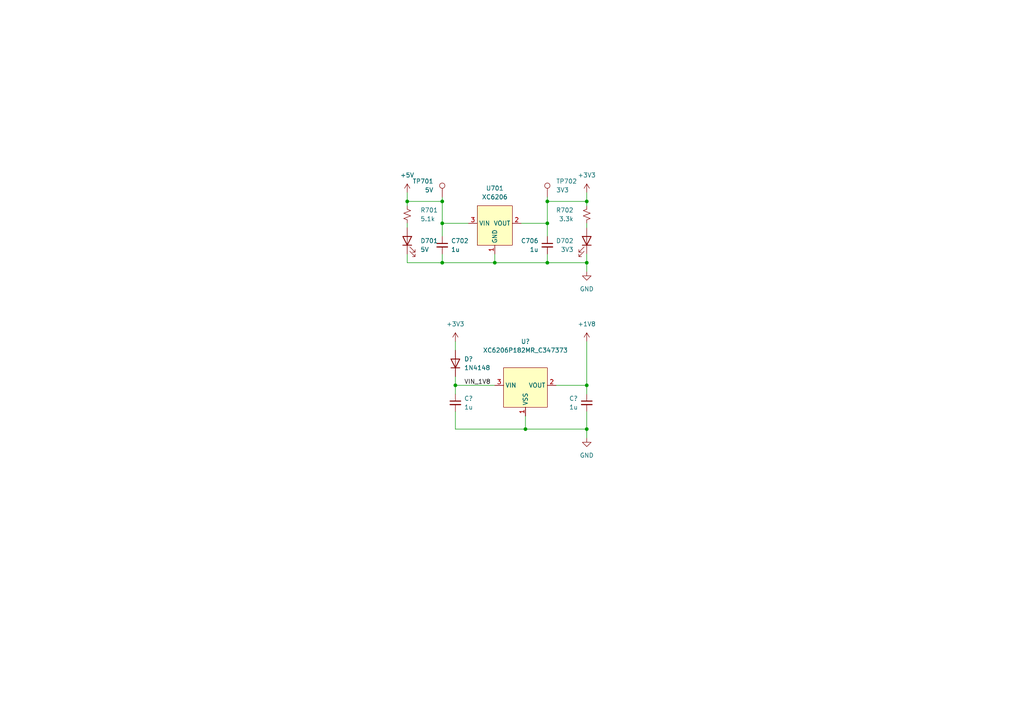
<source format=kicad_sch>
(kicad_sch (version 20230121) (generator eeschema)
  (paper "A4")
  (title_block (title "POWER SUPPLY & FILTERING") (date "2023-06-17") (rev "1.0") (company "matei repair lab"))
  (lib_symbols
    (symbol "Connector:TestPoint" (pin_numbers hide) (pin_names (offset 0.762) hide)
      (property "Reference" "TP" (at 0 6.858 0))
      (property "Value" "TestPoint" (at 0 5.08 0))
      (symbol "TestPoint_0_1"
        (circle (center 0 3.302) (radius 0.762))
      )
      (symbol "TestPoint_1_1"
        (pin passive line (at 0 0 90) (length 2.54) (name "1") (number "1"))
      )
    )
    (symbol "Device:C_Small" (pin_numbers hide) (pin_names (offset 0.254) hide)
      (property "Reference" "C" (at 0.254 1.778 0))
      (property "Value" "C_Small" (at 0.254 -2.032 0))
      (symbol "C_Small_0_1"
        (polyline (pts (xy -1.524 -0.508) (xy 1.524 -0.508)) (stroke (width 0.3302)))
        (polyline (pts (xy -1.524 0.508) (xy 1.524 0.508)) (stroke (width 0.3048)))
      )
      (symbol "C_Small_1_1"
        (pin passive line (at 0 2.54 270) (length 2.032) (name "~") (number "1"))
        (pin passive line (at 0 -2.54 90) (length 2.032) (name "~") (number "2"))
      )
    )
    (symbol "Device:D" (pin_numbers hide) (pin_names (offset 1.016) hide)
      (property "Reference" "D" (at 0 2.54 0))
      (property "Value" "D" (at 0 -2.54 0))
      (symbol "D_0_1"
        (polyline (pts (xy -1.27 1.27) (xy -1.27 -1.27)) (stroke (width 0.254)))
        (polyline (pts (xy 1.27 0) (xy -1.27 0)))
        (polyline (pts (xy 1.27 1.27) (xy 1.27 -1.27) (xy -1.27 0) (xy 1.27 1.27)) (stroke (width 0.254)))
      )
      (symbol "D_1_1"
        (pin passive line (at -3.81 0 0) (length 2.54) (name "K") (number "1"))
        (pin passive line (at 3.81 0 180) (length 2.54) (name "A") (number "2"))
      )
    )
    (symbol "Device:LED" (pin_numbers hide) (pin_names (offset 1.016) hide)
      (property "Reference" "D" (at 0 2.54 0))
      (property "Value" "LED" (at 0 -2.54 0))
      (symbol "LED_0_1"
        (polyline (pts (xy -1.27 -1.27) (xy -1.27 1.27)) (stroke (width 0.254)))
        (polyline (pts (xy -1.27 0) (xy 1.27 0)))
        (polyline (pts (xy 1.27 -1.27) (xy 1.27 1.27) (xy -1.27 0) (xy 1.27 -1.27)) (stroke (width 0.254)))
        (polyline (pts (xy -3.048 -0.762) (xy -4.572 -2.286) (xy -3.81 -2.286) (xy -4.572 -2.286) (xy -4.572 -1.524)))
        (polyline (pts (xy -1.778 -0.762) (xy -3.302 -2.286) (xy -2.54 -2.286) (xy -3.302 -2.286) (xy -3.302 -1.524)))
      )
      (symbol "LED_1_1"
        (pin passive line (at -3.81 0 0) (length 2.54) (name "K") (number "1"))
        (pin passive line (at 3.81 0 180) (length 2.54) (name "A") (number "2"))
      )
    )
    (symbol "Device:R_Small_US" (pin_numbers hide) (pin_names (offset 0.254) hide)
      (property "Reference" "R" (at 0.762 0.508 0))
      (property "Value" "R_Small_US" (at 0.762 -1.016 0))
      (symbol "R_Small_US_1_1"
        (polyline (pts (xy 0 0) (xy 1.016 -0.381) (xy 0 -0.762) (xy -1.016 -1.143) (xy 0 -1.524)))
        (polyline (pts (xy 0 1.524) (xy 1.016 1.143) (xy 0 0.762) (xy -1.016 0.381) (xy 0 0)))
        (pin passive line (at 0 2.54 270) (length 1.016) (name "~") (number "1"))
        (pin passive line (at 0 -2.54 90) (length 1.016) (name "~") (number "2"))
      )
    )
    (symbol "easyeda2kicad:XC6206P182MR_C347373"
      (property "Reference" "U" (at 0 3.81 0))
      (property "Value" "XC6206P182MR_C347373" (at 0 7.62 0))
      (symbol "XC6206P182MR_C347373_0_1"
        (rectangle (start -6.35 5.08) (end 6.35 -6.35) (fill (type background)))
        (pin unspecified line (at 0 -8.89 90) (length 2.54) (name "VSS") (number "1"))
        (pin unspecified line (at 8.89 0 180) (length 2.54) (name "VOUT") (number "2"))
        (pin unspecified line (at -8.89 0 0) (length 2.54) (name "VIN") (number "3"))
      )
    )
    (symbol "matei:XC6206"
      (property "Reference" "U" (at -3.81 6.35 0))
      (property "Value" "XC6206" (at 0 2.54 0))
      (symbol "XC6206_0_1"
        (rectangle (start -5.08 5.08) (end 5.08 -6.35) (stroke (width 0.1524)) (fill (type background)))
      )
      (symbol "XC6206_1_1"
        (pin power_out line (at 0 -8.89 90) (length 2.54) (name "GND") (number "1"))
        (pin power_out line (at 7.62 0 180) (length 2.54) (name "VOUT") (number "2"))
        (pin power_in line (at -7.62 0 0) (length 2.54) (name "VIN") (number "3"))
      )
    )
    (symbol "power:+1V8" (power) (pin_names (offset 0))
      (property "Value" "+1V8" (at 0 3.556 0))
      (symbol "+1V8_0_1"
        (polyline (pts (xy -0.762 1.27) (xy 0 2.54)))
        (polyline (pts (xy 0 0) (xy 0 2.54)))
        (polyline (pts (xy 0 2.54) (xy 0.762 1.27)))
      )
      (symbol "+1V8_1_1"
        (pin power_in line (at 0 0 90) (length 0) hide (name "+1V8") (number "1"))
      )
    )
    (symbol "power:+3V3" (power) (pin_names (offset 0))
      (property "Value" "+3V3" (at 0 3.556 0))
      (symbol "+3V3_0_1"
        (polyline (pts (xy -0.762 1.27) (xy 0 2.54)))
        (polyline (pts (xy 0 0) (xy 0 2.54)))
        (polyline (pts (xy 0 2.54) (xy 0.762 1.27)))
      )
      (symbol "+3V3_1_1"
        (pin power_in line (at 0 0 90) (length 0) hide (name "+3V3") (number "1"))
      )
    )
    (symbol "power:+5V" (power) (pin_names (offset 0))
      (property "Value" "+5V" (at 0 3.556 0))
      (symbol "+5V_0_1"
        (polyline (pts (xy -0.762 1.27) (xy 0 2.54)))
        (polyline (pts (xy 0 0) (xy 0 2.54)))
        (polyline (pts (xy 0 2.54) (xy 0.762 1.27)))
      )
      (symbol "+5V_1_1"
        (pin power_in line (at 0 0 90) (length 0) hide (name "+5V") (number "1"))
      )
    )
    (symbol "power:GND" (power) (pin_names (offset 0))
      (property "Value" "GND" (at 0 -3.81 0))
      (symbol "GND_0_1"
        (polyline (pts (xy 0 0) (xy 0 -1.27) (xy 1.27 -1.27) (xy 0 -2.54) (xy -1.27 -1.27) (xy 0 -1.27)))
      )
      (symbol "GND_1_1"
        (pin power_in line (at 0 0 270) (length 0) hide (name "GND") (number "1"))
      )
    )
  )
  (junction (at 170.18 124.46))
  (junction (at 128.27 76.2))
  (junction (at 152.4 124.46))
  (junction (at 158.75 64.77))
  (junction (at 132.08 111.76))
  (junction (at 128.27 58.42))
  (junction (at 170.18 111.76))
  (junction (at 118.11 58.42))
  (junction (at 158.75 76.2))
  (junction (at 128.27 64.77))
  (junction (at 170.18 76.2))
  (junction (at 170.18 58.42))
  (junction (at 143.51 76.2))
  (junction (at 158.75 58.42))
  (wire (pts (xy 158.75 73.66) (xy 158.75 76.2)))
  (wire (pts (xy 170.18 124.46) (xy 170.18 127)))
  (wire (pts (xy 128.27 76.2) (xy 143.51 76.2)))
  (wire (pts (xy 158.75 64.77) (xy 158.75 68.58)))
  (wire (pts (xy 128.27 58.42) (xy 128.27 64.77)))
  (wire (pts (xy 170.18 114.3) (xy 170.18 111.76)))
  (wire (pts (xy 118.11 58.42) (xy 118.11 59.69)))
  (wire (pts (xy 170.18 124.46) (xy 170.18 119.38)))
  (wire (pts (xy 118.11 73.66) (xy 118.11 76.2)))
  (wire (pts (xy 118.11 76.2) (xy 128.27 76.2)))
  (wire (pts (xy 158.75 58.42) (xy 158.75 64.77)))
  (wire (pts (xy 158.75 57.15) (xy 158.75 58.42)))
  (wire (pts (xy 143.51 73.66) (xy 143.51 76.2)))
  (wire (pts (xy 128.27 57.15) (xy 128.27 58.42)))
  (wire (pts (xy 170.18 73.66) (xy 170.18 76.2)))
  (wire (pts (xy 118.11 55.88) (xy 118.11 58.42)))
  (wire (pts (xy 128.27 58.42) (xy 118.11 58.42)))
  (wire (pts (xy 118.11 64.77) (xy 118.11 66.04)))
  (wire (pts (xy 158.75 58.42) (xy 170.18 58.42)))
  (wire (pts (xy 170.18 76.2) (xy 158.75 76.2)))
  (wire (pts (xy 170.18 64.77) (xy 170.18 66.04)))
  (wire (pts (xy 135.89 64.77) (xy 128.27 64.77)))
  (wire (pts (xy 132.08 124.46) (xy 152.4 124.46)))
  (wire (pts (xy 143.51 76.2) (xy 158.75 76.2)))
  (wire (pts (xy 151.13 64.77) (xy 158.75 64.77)))
  (wire (pts (xy 132.08 109.22) (xy 132.08 111.76)))
  (wire (pts (xy 170.18 111.76) (xy 170.18 99.06)))
  (wire (pts (xy 128.27 64.77) (xy 128.27 68.58)))
  (wire (pts (xy 161.29 111.76) (xy 170.18 111.76)))
  (wire (pts (xy 132.08 119.38) (xy 132.08 124.46)))
  (wire (pts (xy 132.08 111.76) (xy 132.08 114.3)))
  (wire (pts (xy 170.18 76.2) (xy 170.18 78.74)))
  (wire (pts (xy 132.08 99.06) (xy 132.08 101.6)))
  (wire (pts (xy 132.08 111.76) (xy 143.51 111.76)))
  (wire (pts (xy 128.27 73.66) (xy 128.27 76.2)))
  (wire (pts (xy 170.18 58.42) (xy 170.18 59.69)))
  (wire (pts (xy 152.4 124.46) (xy 170.18 124.46)))
  (wire (pts (xy 170.18 55.88) (xy 170.18 58.42)))
  (wire (pts (xy 152.4 120.65) (xy 152.4 124.46)))
  (label "VIN_1V8" (at 134.62 111.76 0))
  (symbol (lib_id "power:+3V3") (at 132.08 99.06 0) (unit 1)
    (property "Reference" "#PWR0401" (effects hide))
    (property "Value" "+3V3" (at 132.08 93.98 0))
    (instances (project "usb-ssk" (path "" (reference "#PWR0401") (unit 1))) (project "stm32g431-mt6701-stspin233" (path "" (reference "#PWR0704") (unit 1))))
  )
  (symbol (lib_id "Device:R_Small_US") (at 170.18 62.23 0) (mirror y) (unit 1)
    (property "Reference" "R702" (at 166.37 60.96 0) (effects (justify left)))
    (property "Value" "3.3k" (at 166.37 63.5 0) (effects (justify left)))
    (property "Footprint" "Resistor_SMD:R_0402_1005Metric" (effects hide))
  )
  (symbol (lib_id "power:GND") (at 170.18 78.74 0) (unit 1)
    (property "Reference" "#PWR0705" (effects hide))
    (property "Value" "GND" (at 170.18 83.82 0))
  )
  (symbol (lib_id "Device:C_Small") (at 128.27 71.12 0) (unit 1)
    (property "Reference" "C702" (at 130.81 69.8563 0) (effects (justify left)))
    (property "Value" "1u" (at 130.81 72.3963 0) (effects (justify left)))
    (property "Footprint" "Capacitor_SMD:C_0402_1005Metric" (effects hide))
  )
  (symbol (lib_id "Device:C_Small") (at 170.18 116.84 0) (mirror y) (unit 1)
    (property "Reference" "C?" (at 167.64 115.5763 0) (effects (justify left)))
    (property "Value" "1u" (at 167.64 118.1163 0) (effects (justify left)))
    (property "Footprint" "Capacitor_SMD:C_0402_1005Metric" (effects hide))
    (instances (project "usb-ssk" (path "" (reference "C?") (unit 1))) (project "stm32g431-mt6701-stspin233" (path "" (reference "C702") (unit 1))))
  )
  (symbol (lib_id "matei:XC6206") (at 143.51 64.77 0) (unit 1)
    (property "Reference" "U701" (at 143.51 54.61 0))
    (property "Value" "XC6206" (at 143.51 57.15 0))
    (property "Footprint" "Package_TO_SOT_SMD:SOT-23" (effects hide))
    (property "Datasheet" "https://datasheet.lcsc.com/lcsc/1809201513_Torex-Semicon-XC6206P332MR_C5446.pdf" (effects hide))
  )
  (symbol (lib_id "Device:C_Small") (at 158.75 71.12 0) (mirror y) (unit 1)
    (property "Reference" "C706" (at 156.21 69.8563 0) (effects (justify left)))
    (property "Value" "1u" (at 156.21 72.3963 0) (effects (justify left)))
    (property "Footprint" "Capacitor_SMD:C_0402_1005Metric" (effects hide))
  )
  (symbol (lib_id "Device:C_Small") (at 132.08 116.84 0) (unit 1)
    (property "Reference" "C?" (at 134.62 115.5763 0) (effects (justify left)))
    (property "Value" "1u" (at 134.62 118.1163 0) (effects (justify left)))
    (property "Footprint" "Capacitor_SMD:C_0402_1005Metric" (effects hide))
    (instances (project "usb-ssk" (path "" (reference "C?") (unit 1))) (project "stm32g431-mt6701-stspin233" (path "" (reference "C702") (unit 1))))
  )
  (symbol (lib_id "power:+1V8") (at 170.18 99.06 0) (unit 1)
    (property "Reference" "#PWR0403" (effects hide))
    (property "Value" "+1V8" (at 170.18 93.98 0))
  )
  (symbol (lib_id "Device:LED") (at 170.18 69.85 270) (mirror x) (unit 1)
    (property "Reference" "D702" (at 166.37 69.85 90) (effects (justify right)))
    (property "Value" "3V3" (at 166.37 72.39 90) (effects (justify right)))
    (property "Footprint" "Diode_SMD:D_0603_1608Metric" (effects hide))
  )
  (symbol (lib_id "easyeda2kicad:XC6206P182MR_C347373") (at 152.4 111.76 0) (unit 1)
    (property "Reference" "U?" (at 152.4 99.06 0))
    (property "Value" "XC6206P182MR_C347373" (at 152.4 101.6 0))
    (property "Footprint" "easyeda2kicad:SOT-23-3_L3.0-W1.7-P0.95-LS2.9-BR" (effects hide))
    (property "Datasheet" "https://lcsc.com/product-detail/Others_Youtai-Semiconductor-Co-Ltd-XC6206P182MR_C347373.html" (effects hide))
    (property "LCSC Part" "C347373" (effects hide))
  )
  (symbol (lib_id "Device:R_Small_US") (at 118.11 62.23 0) (unit 1)
    (property "Reference" "R701" (at 121.92 60.96 0) (effects (justify left)))
    (property "Value" "5.1k" (at 121.92 63.5 0) (effects (justify left)))
    (property "Footprint" "Resistor_SMD:R_0402_1005Metric" (effects hide))
  )
  (symbol (lib_id "Connector:TestPoint") (at 128.27 57.15 0) (mirror y) (unit 1)
    (property "Reference" "TP701" (at 125.73 52.578 0) (effects (justify left)))
    (property "Value" "5V" (at 125.73 55.118 0) (effects (justify left)))
    (property "Footprint" "TestPoint:TestPoint_Pad_D1.0mm" (effects hide))
  )
  (symbol (lib_id "Device:LED") (at 118.11 69.85 90) (unit 1)
    (property "Reference" "D701" (at 121.92 69.85 90) (effects (justify right)))
    (property "Value" "5V" (at 121.92 72.39 90) (effects (justify right)))
    (property "Footprint" "Diode_SMD:D_0603_1608Metric" (effects hide))
  )
  (symbol (lib_id "power:+5V") (at 118.11 55.88 0) (unit 1)
    (property "Reference" "#PWR0703" (effects hide))
    (property "Value" "+5V" (at 118.11 50.8 0))
  )
  (symbol (lib_id "Connector:TestPoint") (at 158.75 57.15 0) (unit 1)
    (property "Reference" "TP702" (at 161.29 52.578 0) (effects (justify left)))
    (property "Value" "3V3" (at 161.29 55.118 0) (effects (justify left)))
    (property "Footprint" "TestPoint:TestPoint_Pad_D1.0mm" (effects hide))
  )
  (symbol (lib_id "Device:D") (at 132.08 105.41 90) (unit 1)
    (property "Reference" "D?" (at 134.62 104.14 90) (effects (justify right)))
    (property "Value" "1N4148" (at 134.62 106.68 90) (effects (justify right)))
    (property "Sim.Device" "D" (effects hide))
    (property "Sim.Pins" "1=K 2=A" (effects hide))
  )
  (symbol (lib_id "power:GND") (at 170.18 127 0) (unit 1)
    (property "Reference" "#PWR0402" (effects hide))
    (property "Value" "GND" (at 170.18 132.08 0))
    (instances (project "usb-ssk" (path "" (reference "#PWR0402") (unit 1))) (project "stm32g431-mt6701-stspin233" (path "" (reference "#PWR0705") (unit 1))))
  )
  (symbol (lib_id "power:+3V3") (at 170.18 55.88 0) (unit 1)
    (property "Reference" "#PWR0704" (effects hide))
    (property "Value" "+3V3" (at 170.18 50.8 0))
  )
)
</source>
